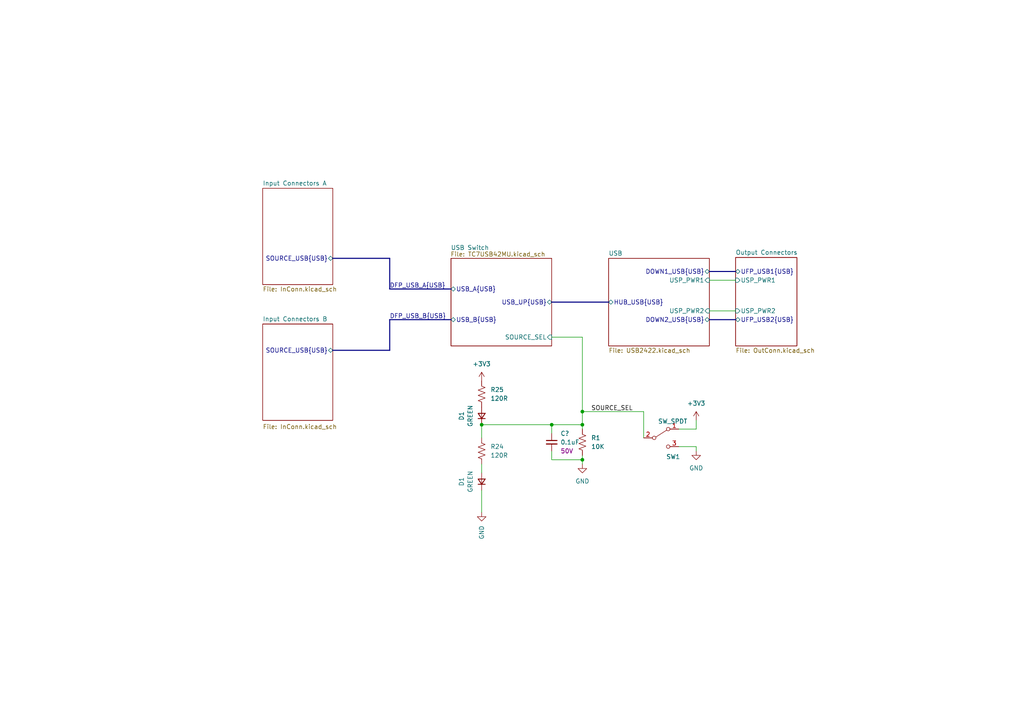
<source format=kicad_sch>
(kicad_sch (version 20230121) (generator eeschema)
  (paper "A4")
  (lib_symbols
    (symbol "Rockerrobotics:Capacitors/1276-1935-1-ND" (pin_numbers hide) (pin_names (offset 0.254) hide)
      (property "Reference" "C" (at 0.254 1.778 0))
      (property "Value" "${Capacitance}" (at 0.254 -2.032 0))
      (property "Voltage Rating" "50V" (at 0 0 0))
      (symbol "Capacitors/1276-1935-1-ND_0_1"
        (polyline (pts (xy -1.524 -0.508) (xy 1.524 -0.508)) (stroke (width 0.3302)))
        (polyline (pts (xy -1.524 0.508) (xy 1.524 0.508)) (stroke (width 0.3048)))
      )
      (symbol "Capacitors/1276-1935-1-ND_1_1"
        (pin passive line (at 0 2.54 270) (length 2.032) (name "~") (number "1"))
        (pin passive line (at 0 -2.54 90) (length 2.032) (name "~") (number "2"))
      )
    )
    (symbol "Rockerrobotics:Diodes/754-2043-1-ND" (pin_numbers hide) (pin_names (offset 0.254) hide)
      (property "Reference" "D" (at -1.27 2.032 0))
      (property "Value" "${Color}" (at -3.81 -2.032 0))
      (symbol "Diodes/754-2043-1-ND_0_1"
        (polyline (pts (xy -0.762 -1.016) (xy -0.762 1.016)) (stroke (width 0.254)))
        (polyline (pts (xy -0.762 0) (xy 0.762 0)))
        (polyline (pts (xy 0.762 -1.016) (xy -0.762 0) (xy 0.762 1.016) (xy 0.762 -1.016)) (stroke (width 0.254)))
      )
      (symbol "Diodes/754-2043-1-ND_1_1"
        (pin passive line (at -2.54 0 0) (length 1.778) (name "K") (number "1"))
        (pin passive line (at 2.54 0 180) (length 1.778) (name "A") (number "2"))
      )
    )
    (symbol "Rockerrobotics:Resistors/311-120ARCT-ND" (pin_numbers hide) (pin_names (offset 0))
      (property "Reference" "R" (at 2.54 0 90))
      (property "Value" "${Resistance}" (at -2.54 0 90))
      (symbol "Resistors/311-120ARCT-ND_0_1"
        (polyline (pts (xy 0 -2.286) (xy 0 -2.54)))
        (polyline (pts (xy 0 2.286) (xy 0 2.54)))
        (polyline (pts (xy 0 -0.762) (xy 1.016 -1.143) (xy 0 -1.524) (xy -1.016 -1.905) (xy 0 -2.286)))
        (polyline (pts (xy 0 0.762) (xy 1.016 0.381) (xy 0 0) (xy -1.016 -0.381) (xy 0 -0.762)))
        (polyline (pts (xy 0 2.286) (xy 1.016 1.905) (xy 0 1.524) (xy -1.016 1.143) (xy 0 0.762)))
      )
      (symbol "Resistors/311-120ARCT-ND_1_1"
        (pin passive line (at 0 3.81 270) (length 1.27) (name "~") (number "1"))
        (pin passive line (at 0 -3.81 90) (length 1.27) (name "~") (number "2"))
      )
    )
    (symbol "Rockerrobotics:Resistors/RNCP0805FTD10K0CT-ND" (pin_numbers hide) (pin_names (offset 0))
      (property "Reference" "R" (at 2.54 0 90))
      (property "Value" "${Resistance}" (at -2.54 0 90))
      (symbol "Resistors/RNCP0805FTD10K0CT-ND_0_1"
        (polyline (pts (xy 0 -2.286) (xy 0 -2.54)))
        (polyline (pts (xy 0 2.286) (xy 0 2.54)))
        (polyline (pts (xy 0 -0.762) (xy 1.016 -1.143) (xy 0 -1.524) (xy -1.016 -1.905) (xy 0 -2.286)))
        (polyline (pts (xy 0 0.762) (xy 1.016 0.381) (xy 0 0) (xy -1.016 -0.381) (xy 0 -0.762)))
        (polyline (pts (xy 0 2.286) (xy 1.016 1.905) (xy 0 1.524) (xy -1.016 1.143) (xy 0 0.762)))
      )
      (symbol "Resistors/RNCP0805FTD10K0CT-ND_1_1"
        (pin passive line (at 0 3.81 270) (length 1.27) (name "~") (number "1"))
        (pin passive line (at 0 -3.81 90) (length 1.27) (name "~") (number "2"))
      )
    )
    (symbol "Switch:SW_SPDT" (pin_names (offset 0) hide)
      (property "Reference" "SW" (at 0 4.318 0))
      (property "Value" "SW_SPDT" (at 0 -5.08 0))
      (symbol "SW_SPDT_0_0"
        (circle (center -2.032 0) (radius 0.508))
        (circle (center 2.032 -2.54) (radius 0.508))
      )
      (symbol "SW_SPDT_0_1"
        (polyline (pts (xy -1.524 0.254) (xy 1.651 2.286)))
        (circle (center 2.032 2.54) (radius 0.508))
      )
      (symbol "SW_SPDT_1_1"
        (pin passive line (at 5.08 2.54 180) (length 2.54) (name "A") (number "1"))
        (pin passive line (at -5.08 0 0) (length 2.54) (name "B") (number "2"))
        (pin passive line (at 5.08 -2.54 180) (length 2.54) (name "C") (number "3"))
      )
    )
    (symbol "power:+3V3" (power) (pin_names (offset 0))
      (property "Value" "+3V3" (at 0 3.556 0))
      (symbol "+3V3_0_1"
        (polyline (pts (xy -0.762 1.27) (xy 0 2.54)))
        (polyline (pts (xy 0 0) (xy 0 2.54)))
        (polyline (pts (xy 0 2.54) (xy 0.762 1.27)))
      )
      (symbol "+3V3_1_1"
        (pin power_in line (at 0 0 90) (length 0) hide (name "+3V3") (number "1"))
      )
    )
    (symbol "power:GND" (power) (pin_names (offset 0))
      (property "Value" "GND" (at 0 -3.81 0))
      (symbol "GND_0_1"
        (polyline (pts (xy 0 0) (xy 0 -1.27) (xy 1.27 -1.27) (xy 0 -2.54) (xy -1.27 -1.27) (xy 0 -1.27)))
      )
      (symbol "GND_1_1"
        (pin power_in line (at 0 0 270) (length 0) hide (name "GND") (number "1"))
      )
    )
  )
  (junction (at 168.91 123.19))
  (junction (at 168.91 133.35))
  (junction (at 139.7 123.19))
  (junction (at 160.02 123.19))
  (junction (at 168.91 119.38))
  (wire (pts (xy 160.02 97.79) (xy 168.91 97.79)))
  (wire (pts (xy 160.02 133.35) (xy 168.91 133.35)))
  (wire (pts (xy 160.02 123.19) (xy 168.91 123.19)))
  (wire (pts (xy 201.93 129.54) (xy 201.93 130.81)))
  (bus (pts (xy 113.03 83.82) (xy 113.03 74.93)))
  (wire (pts (xy 139.7 123.19) (xy 139.7 127)))
  (bus (pts (xy 96.52 101.6) (xy 113.03 101.6)))
  (wire (pts (xy 205.74 81.28) (xy 213.36 81.28)))
  (wire (pts (xy 168.91 119.38) (xy 168.91 123.19)))
  (wire (pts (xy 168.91 119.38) (xy 186.69 119.38)))
  (wire (pts (xy 160.02 125.73) (xy 160.02 123.19)))
  (bus (pts (xy 113.03 92.71) (xy 113.03 101.6)))
  (wire (pts (xy 139.7 142.24) (xy 139.7 148.59)))
  (bus (pts (xy 160.02 87.63) (xy 176.53 87.63)))
  (wire (pts (xy 160.02 123.19) (xy 139.7 123.19)))
  (wire (pts (xy 205.74 90.17) (xy 213.36 90.17)))
  (wire (pts (xy 196.85 129.54) (xy 201.93 129.54)))
  (bus (pts (xy 205.74 92.71) (xy 213.36 92.71)))
  (wire (pts (xy 168.91 133.35) (xy 168.91 132.08)))
  (bus (pts (xy 205.74 78.74) (xy 213.36 78.74)))
  (wire (pts (xy 168.91 134.62) (xy 168.91 133.35)))
  (wire (pts (xy 168.91 123.19) (xy 168.91 124.46)))
  (wire (pts (xy 201.93 121.92) (xy 201.93 124.46)))
  (bus (pts (xy 130.81 83.82) (xy 113.03 83.82)))
  (wire (pts (xy 196.85 124.46) (xy 201.93 124.46)))
  (wire (pts (xy 168.91 97.79) (xy 168.91 119.38)))
  (wire (pts (xy 160.02 130.81) (xy 160.02 133.35)))
  (wire (pts (xy 186.69 127) (xy 186.69 119.38)))
  (bus (pts (xy 130.81 92.71) (xy 113.03 92.71)))
  (bus (pts (xy 96.52 74.93) (xy 113.03 74.93)))
  (wire (pts (xy 139.7 134.62) (xy 139.7 137.16)))
  (label "DFP_USB_B{USB}" (at 113.03 92.71 0))
  (label "SOURCE_SEL" (at 171.45 119.38 0))
  (label "DFP_USB_A{USB}" (at 113.03 83.82 0))
  (symbol (lib_id "Rockerrobotics:Diodes/754-2043-1-ND") (at 139.7 139.7 90) (unit 1)
    (property "Reference" "D1" (at 133.858 139.7 0))
    (property "Value" "${Color}" (at 136.398 139.7 0))
    (property "Footprint" "Diode_SMD:D_0805_2012Metric_Pad1.15x1.40mm_HandSolder" (effects hide))
    (property "Datasheet" "https://www.kingbrightusa.com/images/catalog/SPEC/APTD2012LCGCK.pdf" (effects hide))
    (property "Sim.Device" "D" (effects hide))
    (property "Sim.Pins" "1=K 2=A" (effects hide))
    (property "Manufacturer" "Kingbright" (effects hide))
    (property "MPN" "APTD2012LCGCK" (effects hide))
    (property "Color" "GREEN" (effects hide))
    (property "Max Forward Current" "2mA" (effects hide))
    (instances (project "KiVM" (path "" (reference "D1") (unit 1)) (path "" (reference "D2") (unit 1)) (path "" (reference "D4") (unit 1))))
  )
  (symbol (lib_id "power:GND") (at 168.91 134.62 0) (unit 1)
    (property "Reference" "#PWR03" (effects hide))
    (property "Value" "GND" (at 168.91 139.573 0))
  )
  (symbol (lib_id "Rockerrobotics:Diodes/754-2043-1-ND") (at 139.7 120.65 90) (unit 1)
    (property "Reference" "D1" (at 133.858 120.65 0))
    (property "Value" "${Color}" (at 136.398 120.65 0))
    (property "Footprint" "Diode_SMD:D_0805_2012Metric_Pad1.15x1.40mm_HandSolder" (effects hide))
    (property "Datasheet" "https://www.kingbrightusa.com/images/catalog/SPEC/APTD2012LCGCK.pdf" (effects hide))
    (property "Sim.Device" "D" (effects hide))
    (property "Sim.Pins" "1=K 2=A" (effects hide))
    (property "Manufacturer" "Kingbright" (effects hide))
    (property "MPN" "APTD2012LCGCK" (effects hide))
    (property "Color" "GREEN" (effects hide))
    (property "Max Forward Current" "2mA" (effects hide))
    (instances (project "KiVM" (path "" (reference "D1") (unit 1)) (path "" (reference "D2") (unit 1)) (path "" (reference "D5") (unit 1))))
  )
  (symbol (lib_id "power:+3V3") (at 201.93 121.92 0) (unit 1)
    (property "Reference" "#PWR04" (effects hide))
    (property "Value" "+3V3" (at 201.93 116.9924 0))
  )
  (symbol (lib_id "Rockerrobotics:Resistors/RNCP0805FTD10K0CT-ND") (at 168.91 128.27 0) (unit 1)
    (property "Reference" "R1" (at 171.45 127 0) (effects (justify left)))
    (property "Value" "${Resistance}" (at 171.45 129.54 0) (effects (justify left)))
    (property "Footprint" "Resistor_SMD:R_0805_2012Metric_Pad1.20x1.40mm_HandSolder" (effects hide))
    (property "Datasheet" "https://www.seielect.com/Catalog/SEI-RNCP.pdf" (effects hide))
    (property "Manufacturer" "Stackpole Electronics Inc" (effects hide))
    (property "MPN" "RNCP0805FTD10K0" (effects hide))
    (property "Resistance" "10K" (effects hide))
    (property "Tolerance" "1%" (effects hide))
    (property "Power Rating" "1/4W" (effects hide))
  )
  (symbol (lib_id "power:+3V3") (at 139.7 110.49 0) (unit 1)
    (property "Reference" "#PWR047" (effects hide))
    (property "Value" "+3V3" (at 139.7 105.5624 0))
  )
  (symbol (lib_id "Rockerrobotics:Resistors/311-120ARCT-ND") (at 139.7 130.81 0) (unit 1)
    (property "Reference" "R24" (at 142.24 129.54 0) (effects (justify left)))
    (property "Value" "${Resistance}" (at 142.24 132.08 0) (effects (justify left)))
    (property "Footprint" "Resistor_SMD:R_0805_2012Metric_Pad1.20x1.40mm_HandSolder" (effects hide))
    (property "Datasheet" "https://www.yageo.com/upload/media/product/productsearch/datasheet/rchip/PYu-RC_Group_51_RoHS_L_12.pdf" (effects hide))
    (property "Manufacturer" "YAGEO" (effects hide))
    (property "MPN" "RC0805JR-07120RL" (effects hide))
    (property "Resistance" "120R" (effects hide))
    (property "Tolerance" "5%" (effects hide))
    (property "Power Rating" "1/8W" (effects hide))
  )
  (symbol (lib_id "Rockerrobotics:Resistors/311-120ARCT-ND") (at 139.7 114.3 0) (unit 1)
    (property "Reference" "R25" (at 142.24 113.03 0) (effects (justify left)))
    (property "Value" "${Resistance}" (at 142.24 115.57 0) (effects (justify left)))
    (property "Footprint" "Resistor_SMD:R_0805_2012Metric_Pad1.20x1.40mm_HandSolder" (effects hide))
    (property "Datasheet" "https://www.yageo.com/upload/media/product/productsearch/datasheet/rchip/PYu-RC_Group_51_RoHS_L_12.pdf" (effects hide))
    (property "Manufacturer" "YAGEO" (effects hide))
    (property "MPN" "RC0805JR-07120RL" (effects hide))
    (property "Resistance" "120R" (effects hide))
    (property "Tolerance" "5%" (effects hide))
    (property "Power Rating" "1/8W" (effects hide))
  )
  (symbol (lib_id "power:GND") (at 139.7 148.59 0) (unit 1)
    (property "Reference" "#PWR08" (effects hide))
    (property "Value" "GND" (at 139.7 152.4 90) (effects (justify right)))
    (instances (project "KiVM" (path "" (reference "#PWR08") (unit 1)) (path "" (reference "#PWR011") (unit 1)) (path "" (reference "#PWR046") (unit 1))))
  )
  (symbol (lib_id "Rockerrobotics:Capacitors/1276-1935-1-ND") (at 160.02 128.27 0) (unit 1)
    (property "Reference" "C?" (at 162.56 125.7363 0) (effects (justify left)))
    (property "Value" "${Capacitance}" (at 162.56 128.2763 0) (effects (justify left)))
    (property "Footprint" "Capacitor_SMD:C_0603_1608Metric_Pad1.08x0.95mm_HandSolder" (effects hide))
    (property "Datasheet" "https://media.digikey.com/pdf/Data%20Sheets/Samsung%20PDFs/CL10B104KB8NNWC_Spec.pdf" (effects hide))
    (property "Manufacturer" "Samsung Electro-Mechanics" (effects hide))
    (property "MPN" "CL10B104KB8NNWC" (effects hide))
    (property "Dielectric" "X7R" (effects hide))
    (property "Voltage Rating" "50V" (at 162.56 130.8163 0) (effects (justify left)))
    (property "Capacitance" "0.1uF" (effects hide))
    (instances (project "KiVM" (path "" (reference "C?") (unit 1)) (path "" (reference "C1") (unit 1))))
  )
  (symbol (lib_id "Switch:SW_SPDT") (at 191.77 127 0) (unit 1)
    (property "Reference" "SW1" (at 195.2498 132.4864 0))
    (property "Value" "SW_SPDT" (at 195.1228 122.1994 0))
    (property "Footprint" "Connector_PinHeader_2.54mm:PinHeader_1x03_P2.54mm_Vertical" (effects hide))
  )
  (symbol (lib_id "power:GND") (at 201.93 130.81 0) (unit 1)
    (property "Reference" "#PWR05" (effects hide))
    (property "Value" "GND" (at 201.93 135.763 0))
  )
  (sheet (at 130.81 74.93) (size 29.21 25.4) (stroke (width 0.1524))
    (property "Sheetname" "USB Switch" (at 130.7592 72.5678 0) (effects (justify left bottom)))
    (property "Sheetfile" "TC7USB42MU.kicad_sch" (at 130.6576 72.9996 0) (effects (justify left top)))
    (pin "SOURCE_SEL" input (at 160.02 97.79 0))
    (pin "USB_UP{USB}" bidirectional (at 160.02 87.63 0))
    (pin "USB_A{USB}" bidirectional (at 130.81 83.82 180))
    (pin "USB_B{USB}" bidirectional (at 130.81 92.71 180))
  )
  (sheet (at 213.36 74.676) (size 17.78 25.654) (stroke (width 0.1524))
    (property "Sheetname" "Output Connectors" (at 213.36 73.9644 0) (effects (justify left bottom)))
    (property "Sheetfile" "OutConn.kicad_sch" (at 213.36 100.9146 0) (effects (justify left top)))
    (pin "UFP_USB1{USB}" bidirectional (at 213.36 78.74 180))
    (pin "UFP_USB2{USB}" bidirectional (at 213.36 92.71 180))
    (pin "USP_PWR2" input (at 213.36 90.17 180))
    (pin "USP_PWR1" input (at 213.36 81.28 180))
  )
  (sheet (at 76.2 54.61) (size 20.32 27.94) (stroke (width 0.1524))
    (property "Sheetname" "Input Connectors A" (at 76.2 53.8984 0) (effects (justify left bottom)))
    (property "Sheetfile" "InConn.kicad_sch" (at 76.2 83.1346 0) (effects (justify left top)))
    (pin "SOURCE_USB{USB}" bidirectional (at 96.52 74.93 0))
  )
  (sheet (at 76.2 93.98) (size 20.32 27.94) (stroke (width 0.1524))
    (property "Sheetname" "Input Connectors B" (at 76.2 93.2684 0) (effects (justify left bottom)))
    (property "Sheetfile" "InConn.kicad_sch" (at 76.2 123.038 0) (effects (justify left top)))
    (pin "SOURCE_USB{USB}" bidirectional (at 96.52 101.6 0))
  )
  (sheet (at 176.53 74.93) (size 29.21 25.4) (stroke (width 0.1524))
    (property "Sheetname" "USB" (at 176.53 74.2184 0) (effects (justify left bottom)))
    (property "Sheetfile" "USB2422.kicad_sch" (at 176.53 100.9146 0) (effects (justify left top)))
    (pin "HUB_USB{USB}" bidirectional (at 176.53 87.63 180))
    (pin "DOWN1_USB{USB}" bidirectional (at 205.74 78.74 0))
    (pin "DOWN2_USB{USB}" bidirectional (at 205.74 92.71 0))
    (pin "USP_PWR1" input (at 205.74 81.28 0))
    (pin "USP_PWR2" input (at 205.74 90.17 0))
  )
)
</source>
